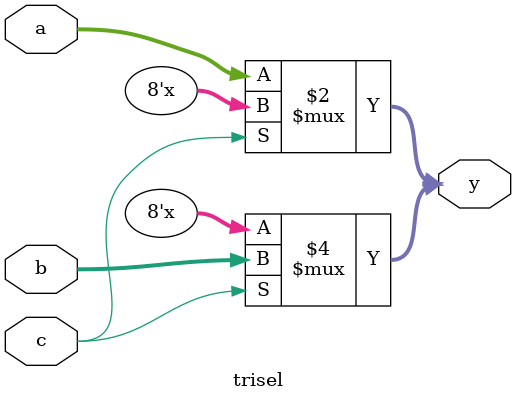
<source format=v>
`timescale 1ns/1ns

module trisel(a, b, c, y);
	input  [7:0] a, b;
	input        c;
	output [7:0] y;
	
	assign y = (c == 1'b0) ? a : 8'bzzzzzzzz;
	assign y = (c == 1'b1) ? b : 8'bzzzzzzzz;
	
endmodule

</source>
